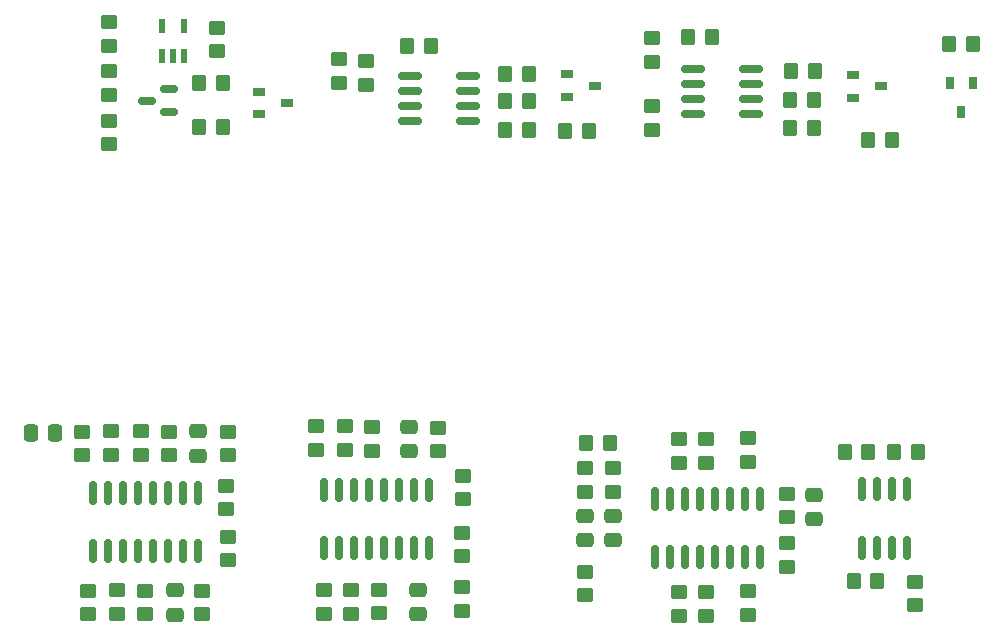
<source format=gbr>
%TF.GenerationSoftware,KiCad,Pcbnew,9.0.3*%
%TF.CreationDate,2025-10-30T19:41:25+09:00*%
%TF.ProjectId,VCF_VCABoard,5643465f-5643-4414-926f-6172642e6b69,rev?*%
%TF.SameCoordinates,Original*%
%TF.FileFunction,Paste,Top*%
%TF.FilePolarity,Positive*%
%FSLAX46Y46*%
G04 Gerber Fmt 4.6, Leading zero omitted, Abs format (unit mm)*
G04 Created by KiCad (PCBNEW 9.0.3) date 2025-10-30 19:41:25*
%MOMM*%
%LPD*%
G01*
G04 APERTURE LIST*
G04 Aperture macros list*
%AMRoundRect*
0 Rectangle with rounded corners*
0 $1 Rounding radius*
0 $2 $3 $4 $5 $6 $7 $8 $9 X,Y pos of 4 corners*
0 Add a 4 corners polygon primitive as box body*
4,1,4,$2,$3,$4,$5,$6,$7,$8,$9,$2,$3,0*
0 Add four circle primitives for the rounded corners*
1,1,$1+$1,$2,$3*
1,1,$1+$1,$4,$5*
1,1,$1+$1,$6,$7*
1,1,$1+$1,$8,$9*
0 Add four rect primitives between the rounded corners*
20,1,$1+$1,$2,$3,$4,$5,0*
20,1,$1+$1,$4,$5,$6,$7,0*
20,1,$1+$1,$6,$7,$8,$9,0*
20,1,$1+$1,$8,$9,$2,$3,0*%
G04 Aperture macros list end*
%ADD10RoundRect,0.250000X0.350000X0.450000X-0.350000X0.450000X-0.350000X-0.450000X0.350000X-0.450000X0*%
%ADD11RoundRect,0.250000X0.475000X-0.337500X0.475000X0.337500X-0.475000X0.337500X-0.475000X-0.337500X0*%
%ADD12RoundRect,0.250000X0.450000X-0.350000X0.450000X0.350000X-0.450000X0.350000X-0.450000X-0.350000X0*%
%ADD13R,1.000000X0.800000*%
%ADD14RoundRect,0.250000X-0.450000X0.350000X-0.450000X-0.350000X0.450000X-0.350000X0.450000X0.350000X0*%
%ADD15RoundRect,0.250000X-0.350000X-0.450000X0.350000X-0.450000X0.350000X0.450000X-0.350000X0.450000X0*%
%ADD16RoundRect,0.250000X-0.475000X0.337500X-0.475000X-0.337500X0.475000X-0.337500X0.475000X0.337500X0*%
%ADD17RoundRect,0.150000X-0.825000X-0.150000X0.825000X-0.150000X0.825000X0.150000X-0.825000X0.150000X0*%
%ADD18R,0.600000X1.200000*%
%ADD19RoundRect,0.150000X0.150000X-0.825000X0.150000X0.825000X-0.150000X0.825000X-0.150000X-0.825000X0*%
%ADD20RoundRect,0.150000X0.587500X0.150000X-0.587500X0.150000X-0.587500X-0.150000X0.587500X-0.150000X0*%
%ADD21RoundRect,0.250000X-0.337500X-0.475000X0.337500X-0.475000X0.337500X0.475000X-0.337500X0.475000X0*%
%ADD22R,0.800000X1.000000*%
G04 APERTURE END LIST*
D10*
%TO.C,R80*%
X149359000Y-129488000D03*
X147359000Y-129488000D03*
%TD*%
D11*
%TO.C,C4*%
X88392000Y-129812500D03*
X88392000Y-127737500D03*
%TD*%
D12*
%TO.C,R46*%
X90058000Y-95581000D03*
X90058000Y-93581000D03*
%TD*%
%TO.C,R29*%
X90805000Y-134347000D03*
X90805000Y-132347000D03*
%TD*%
D13*
%TO.C,Q5*%
X119636000Y-97533000D03*
X119636000Y-99433000D03*
X122036000Y-98483000D03*
%TD*%
%TO.C,Q4*%
X143876000Y-97594000D03*
X143876000Y-99494000D03*
X146276000Y-98544000D03*
%TD*%
D12*
%TO.C,R64*%
X138303000Y-135047000D03*
X138303000Y-133047000D03*
%TD*%
%TO.C,R30*%
X110871000Y-133526000D03*
X110871000Y-131526000D03*
%TD*%
D14*
%TO.C,R27*%
X90932000Y-127794000D03*
X90932000Y-129794000D03*
%TD*%
D15*
%TO.C,R60*%
X129925000Y-94353000D03*
X131925000Y-94353000D03*
%TD*%
D14*
%TO.C,R28*%
X108712000Y-127462000D03*
X108712000Y-129462000D03*
%TD*%
D12*
%TO.C,R71*%
X121158000Y-141651000D03*
X121158000Y-139651000D03*
%TD*%
D15*
%TO.C,R83*%
X114445000Y-97528000D03*
X116445000Y-97528000D03*
%TD*%
%TO.C,R78*%
X106144000Y-95115000D03*
X108144000Y-95115000D03*
%TD*%
D12*
%TO.C,R87*%
X103759000Y-143178000D03*
X103759000Y-141178000D03*
%TD*%
D16*
%TO.C,C10*%
X107061000Y-141181000D03*
X107061000Y-143256000D03*
%TD*%
D17*
%TO.C,U3*%
X130309000Y-97053000D03*
X130309000Y-98323000D03*
X130309000Y-99593000D03*
X130309000Y-100863000D03*
X135259000Y-100863000D03*
X135259000Y-99593000D03*
X135259000Y-98323000D03*
X135259000Y-97053000D03*
%TD*%
D12*
%TO.C,R52*%
X126845000Y-102211000D03*
X126845000Y-100211000D03*
%TD*%
D18*
%TO.C,IC1*%
X85364000Y-95942000D03*
X86314000Y-95942000D03*
X87264000Y-95942000D03*
X87264000Y-93442000D03*
X85364000Y-93442000D03*
%TD*%
D14*
%TO.C,R58*%
X131445000Y-128413000D03*
X131445000Y-130413000D03*
%TD*%
D10*
%TO.C,R56*%
X123301000Y-128713000D03*
X121301000Y-128713000D03*
%TD*%
D12*
%TO.C,R92*%
X88773000Y-143240000D03*
X88773000Y-141240000D03*
%TD*%
D14*
%TO.C,R93*%
X110744000Y-136352000D03*
X110744000Y-138352000D03*
%TD*%
%TO.C,R3*%
X98425000Y-127335000D03*
X98425000Y-129335000D03*
%TD*%
%TO.C,R26*%
X100838000Y-127335000D03*
X100838000Y-129335000D03*
%TD*%
D19*
%TO.C,U2*%
X79502000Y-137919000D03*
X80772000Y-137919000D03*
X82042000Y-137919000D03*
X83312000Y-137919000D03*
X84582000Y-137919000D03*
X85852000Y-137919000D03*
X87122000Y-137919000D03*
X88392000Y-137919000D03*
X88392000Y-132969000D03*
X87122000Y-132969000D03*
X85852000Y-132969000D03*
X84582000Y-132969000D03*
X83312000Y-132969000D03*
X82042000Y-132969000D03*
X80772000Y-132969000D03*
X79502000Y-132969000D03*
%TD*%
D10*
%TO.C,R84*%
X145930000Y-140410000D03*
X143930000Y-140410000D03*
%TD*%
%TO.C,R86*%
X121541000Y-102354000D03*
X119541000Y-102354000D03*
%TD*%
D12*
%TO.C,R91*%
X110744000Y-142970000D03*
X110744000Y-140970000D03*
%TD*%
D10*
%TO.C,R49*%
X90523000Y-101973000D03*
X88523000Y-101973000D03*
%TD*%
D11*
%TO.C,C8*%
X106299000Y-129434500D03*
X106299000Y-127359500D03*
%TD*%
D14*
%TO.C,R63*%
X135001000Y-128332000D03*
X135001000Y-130332000D03*
%TD*%
D12*
%TO.C,R77*%
X138303000Y-139238000D03*
X138303000Y-137238000D03*
%TD*%
%TO.C,R74*%
X100330000Y-98266000D03*
X100330000Y-96266000D03*
%TD*%
%TO.C,R75*%
X135001000Y-143302000D03*
X135001000Y-141302000D03*
%TD*%
D17*
%TO.C,U4*%
X106366000Y-97655000D03*
X106366000Y-98925000D03*
X106366000Y-100195000D03*
X106366000Y-101465000D03*
X111316000Y-101465000D03*
X111316000Y-100195000D03*
X111316000Y-98925000D03*
X111316000Y-97655000D03*
%TD*%
D14*
%TO.C,R14*%
X83566000Y-127759000D03*
X83566000Y-129759000D03*
%TD*%
%TO.C,R54*%
X121158000Y-130888000D03*
X121158000Y-132888000D03*
%TD*%
%TO.C,R59*%
X129159000Y-128413000D03*
X129159000Y-130413000D03*
%TD*%
D15*
%TO.C,R85*%
X143168000Y-129488000D03*
X145168000Y-129488000D03*
%TD*%
D12*
%TO.C,R57*%
X126873000Y-96488000D03*
X126873000Y-94488000D03*
%TD*%
D19*
%TO.C,U8*%
X127127000Y-138427000D03*
X128397000Y-138427000D03*
X129667000Y-138427000D03*
X130937000Y-138427000D03*
X132207000Y-138427000D03*
X133477000Y-138427000D03*
X134747000Y-138427000D03*
X136017000Y-138427000D03*
X136017000Y-133477000D03*
X134747000Y-133477000D03*
X133477000Y-133477000D03*
X132207000Y-133477000D03*
X130937000Y-133477000D03*
X129667000Y-133477000D03*
X128397000Y-133477000D03*
X127127000Y-133477000D03*
%TD*%
D12*
%TO.C,R90*%
X81534000Y-143224000D03*
X81534000Y-141224000D03*
%TD*%
D14*
%TO.C,R18*%
X81026000Y-127759000D03*
X81026000Y-129759000D03*
%TD*%
D11*
%TO.C,C5*%
X123571000Y-136989500D03*
X123571000Y-134914500D03*
%TD*%
D14*
%TO.C,R31*%
X99060000Y-141224000D03*
X99060000Y-143224000D03*
%TD*%
D10*
%TO.C,R62*%
X140545000Y-102100000D03*
X138545000Y-102100000D03*
%TD*%
D20*
%TO.C,Q7*%
X85951000Y-100703000D03*
X85951000Y-98803000D03*
X84076000Y-99753000D03*
%TD*%
D14*
%TO.C,R15*%
X103124000Y-127397000D03*
X103124000Y-129397000D03*
%TD*%
D10*
%TO.C,R50*%
X90553000Y-98290000D03*
X88553000Y-98290000D03*
%TD*%
D21*
%TO.C,C3*%
X74273500Y-127889000D03*
X76348500Y-127889000D03*
%TD*%
D12*
%TO.C,R89*%
X101346000Y-143224000D03*
X101346000Y-141224000D03*
%TD*%
D16*
%TO.C,C11*%
X86487000Y-141202500D03*
X86487000Y-143277500D03*
%TD*%
D12*
%TO.C,R72*%
X131445000Y-143367000D03*
X131445000Y-141367000D03*
%TD*%
%TO.C,R79*%
X149098000Y-142478000D03*
X149098000Y-140478000D03*
%TD*%
D13*
%TO.C,Q3*%
X93584000Y-98991000D03*
X93584000Y-100891000D03*
X95984000Y-99941000D03*
%TD*%
D11*
%TO.C,C6*%
X121158000Y-136989500D03*
X121158000Y-134914500D03*
%TD*%
D10*
%TO.C,R81*%
X116429000Y-99814000D03*
X114429000Y-99814000D03*
%TD*%
D11*
%TO.C,C7*%
X140589000Y-135211500D03*
X140589000Y-133136500D03*
%TD*%
D12*
%TO.C,R51*%
X80871000Y-103465000D03*
X80871000Y-101465000D03*
%TD*%
D19*
%TO.C,U5*%
X99060000Y-137662000D03*
X100330000Y-137662000D03*
X101600000Y-137662000D03*
X102870000Y-137662000D03*
X104140000Y-137662000D03*
X105410000Y-137662000D03*
X106680000Y-137662000D03*
X107950000Y-137662000D03*
X107950000Y-132712000D03*
X106680000Y-132712000D03*
X105410000Y-132712000D03*
X104140000Y-132712000D03*
X102870000Y-132712000D03*
X101600000Y-132712000D03*
X100330000Y-132712000D03*
X99060000Y-132712000D03*
%TD*%
D10*
%TO.C,R82*%
X116445000Y-102227000D03*
X114445000Y-102227000D03*
%TD*%
D12*
%TO.C,R88*%
X83947000Y-143240000D03*
X83947000Y-141240000D03*
%TD*%
%TO.C,R73*%
X129159000Y-143367000D03*
X129159000Y-141367000D03*
%TD*%
D19*
%TO.C,U6*%
X144653000Y-137616000D03*
X145923000Y-137616000D03*
X147193000Y-137616000D03*
X148463000Y-137616000D03*
X148463000Y-132666000D03*
X147193000Y-132666000D03*
X145923000Y-132666000D03*
X144653000Y-132666000D03*
%TD*%
D14*
%TO.C,R53*%
X123571000Y-130888000D03*
X123571000Y-132888000D03*
%TD*%
%TO.C,R2*%
X78613000Y-127778000D03*
X78613000Y-129778000D03*
%TD*%
D22*
%TO.C,Q2*%
X154018000Y-98290000D03*
X152118000Y-98290000D03*
X153068000Y-100690000D03*
%TD*%
D12*
%TO.C,R76*%
X102683000Y-98401000D03*
X102683000Y-96401000D03*
%TD*%
D14*
%TO.C,R1*%
X85979000Y-127775000D03*
X85979000Y-129775000D03*
%TD*%
D10*
%TO.C,R68*%
X147161000Y-103124000D03*
X145161000Y-103124000D03*
%TD*%
D15*
%TO.C,R65*%
X138672000Y-97274000D03*
X140672000Y-97274000D03*
%TD*%
D12*
%TO.C,R47*%
X80871000Y-99290000D03*
X80871000Y-97290000D03*
%TD*%
D14*
%TO.C,R48*%
X80871000Y-93099000D03*
X80871000Y-95099000D03*
%TD*%
D10*
%TO.C,R33*%
X154007000Y-94988000D03*
X152007000Y-94988000D03*
%TD*%
D14*
%TO.C,R94*%
X90932000Y-136665000D03*
X90932000Y-138665000D03*
%TD*%
D10*
%TO.C,R61*%
X140545000Y-99687000D03*
X138545000Y-99687000D03*
%TD*%
D14*
%TO.C,R32*%
X79121000Y-141240000D03*
X79121000Y-143240000D03*
%TD*%
M02*

</source>
